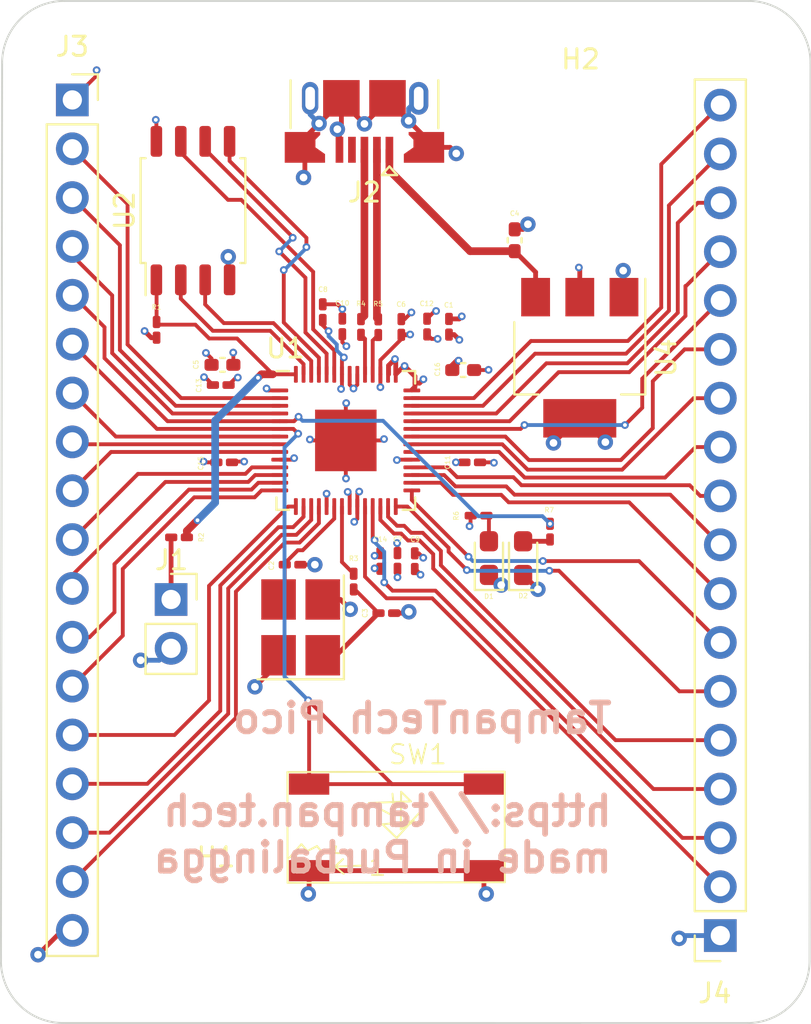
<source format=kicad_pcb>
(kicad_pcb (version 20221018) (generator pcbnew)
  (layers (0 "F.Cu" signal) (1 "In1.Cu" power) (2 "In2.Cu" power) (31 "B.Cu" signal) (34 "B.Paste" user) (35 "F.Paste" user) (36 "B.SilkS" user "B.Silkscreen") (37 "F.SilkS" user "F.Silkscreen") (38 "B.Mask" user) (39 "F.Mask" user) (44 "Edge.Cuts" user))
  (net 0 "")
  (net 1 "+3V3")
  (net 2 "GND")
  (net 3 "/MicroController/XIN")
  (net 4 "Net-(C3-Pad2)")
  (net 5 "Net-(J2-VBUS)")
  (net 6 "+1V1")
  (net 7 "/MicroController/~USB_BOOT")
  (net 8 "/MicroController/USB_D-")
  (net 9 "/MicroController/USB_D+")
  (net 11 "/MicroController/GPIO0")
  (net 12 "/MicroController/GPIO1")
  (net 13 "/MicroController/GPIO2")
  (net 14 "/MicroController/GPIO3")
  (net 15 "/MicroController/GPIO4")
  (net 16 "/MicroController/GPIO5")
  (net 17 "/MicroController/GPIO6")
  (net 18 "/MicroController/GPIO7")
  (net 19 "/MicroController/GPIO8")
  (net 20 "/MicroController/GPIO9")
  (net 21 "/MicroController/GPIO10")
  (net 22 "/MicroController/GPIO11")
  (net 23 "/MicroController/GPIO12")
  (net 24 "/MicroController/GPIO13")
  (net 25 "/MicroController/GPIO14")
  (net 26 "/MicroController/GPIO15")
  (net 27 "/MicroController/SWCLK")
  (net 28 "/MicroController/SWD")
  (net 29 "/MicroController/RUN")
  (net 30 "/MicroController/GPIO16")
  (net 31 "/MicroController/GPIO17")
  (net 32 "/MicroController/GPIO18")
  (net 33 "/MicroController/GPIO19")
  (net 34 "/MicroController/GPIO20")
  (net 35 "/MicroController/GPIO21")
  (net 36 "/MicroController/GPIO22")
  (net 37 "/MicroController/GPIO23")
  (net 38 "/MicroController/GPIO24")
  (net 39 "/MicroController/GPIO25")
  (net 40 "/MicroController/GPIO26_ADC0")
  (net 41 "/MicroController/GPIO27_ADC1")
  (net 42 "/MicroController/GPIO28_ADC2")
  (net 43 "/MicroController/GPIO29_ADC3")
  (net 44 "/MicroController/QSPI_SS")
  (net 45 "/MicroController/XOUT")
  (net 46 "Net-(U1-USB_DP)")
  (net 47 "Net-(U1-USB_DM)")
  (net 48 "/MicroController/QSPI_SD3")
  (net 49 "/MicroController/QSPI_SCLK")
  (net 50 "/MicroController/QSPI_SD0")
  (net 51 "/MicroController/QSPI_SD2")
  (net 52 "/MicroController/QSPI_SD1")
  (net 53 "Net-(D1-A)")
  (net 54 "Net-(D2-A)")
  (footprint "Resistor_SMD:R_0201_0603Metric_Pad0.64x0.40mm_HandSolder" (layer "F.Cu") (at 98.32 75.9625 -90)
    (fp_text reference "R7")
    (fp_text value "1K" hide)
  )
  (footprint "Capacitor_SMD:C_0402_1005Metric_Pad0.74x0.62mm_HandSolder" (layer "F.Cu") (at 96.48 60.8125 90)
    (fp_text reference "C4")
    (fp_text value "10u" hide)
  )
  (footprint "Connector_PinSocket_2.54mm:PinSocket_1x18_P2.54mm_Vertical" (layer "F.Cu") (at 73.455 53.515)
    (fp_text reference "J3")
    (fp_text value "Conn_01x18")
  )
  (footprint "Capacitor_SMD:C_0402_1005Metric_Pad0.74x0.62mm_HandSolder" (layer "F.Cu") (at 93.8 67.56)
    (fp_text reference "C16")
    (fp_text value "10u" hide)
  )
  (footprint "Capacitor_SMD:C_0201_0603Metric_Pad0.64x0.40mm_HandSolder" (layer "F.Cu") (at 91.28 77.4975 -90)
    (fp_text reference "C9")
    (fp_text value "100n" hide)
  )
  (footprint "Capacitor_SMD:C_0201_0603Metric_Pad0.64x0.40mm_HandSolder" (layer "F.Cu") (at 91.92 65.3 90)
    (fp_text reference "C12")
    (fp_text value "100n" hide)
  )
  (footprint "Capacitor_SMD:C_0201_0603Metric_Pad0.64x0.40mm_HandSolder" (layer "F.Cu") (at 94.27 72.36)
    (fp_text reference "C11")
    (fp_text value "100n" hide)
  )
  (footprint "Connector_PinSocket_2.54mm:PinSocket_1x02_P2.54mm_Vertical" (layer "F.Cu") (at 78.595 79.49)
    (fp_text reference "J1")
    (fp_text value "Conn_01x02")
  )
  (footprint "Capacitor_SMD:C_0201_0603Metric_Pad0.64x0.40mm_HandSolder" (layer "F.Cu") (at 81.18 68.34 180)
    (fp_text reference "C13")
    (fp_text value "100n" hide)
  )
  (footprint "Connector_USB:USB_Micro-B_XKB_U254-051T-4BH83-F1S" (layer "F.Cu") (at 88.66 53.8225 180)
    (fp_text reference "J2")
    (fp_text value "USB_B_Micro" hide)
  )
  (footprint "Capacitor_SMD:C_0201_0603Metric_Pad0.64x0.40mm_HandSolder" (layer "F.Cu") (at 90.38 77.4875 -90)
    (fp_text reference "C7")
    (fp_text value "100n" hide)
  )
  (footprint "Capacitor_SMD:C_0201_0603Metric_Pad0.64x0.40mm_HandSolder" (layer "F.Cu") (at 84.92 77.68 180)
    (fp_text reference "C2")
    (fp_text value "27p" hide)
  )
  (footprint "Package_TO_SOT_SMD:SOT-223-3_TabPin2" (layer "F.Cu") (at 99.87 66.92 -90)
    (fp_text reference "U4")
    (fp_text value "AMS1117-3.3" hide)
  )
  (footprint "Capacitor_SMD:C_0402_1005Metric_Pad0.74x0.62mm_HandSolder" (layer "F.Cu") (at 81.27 67.29 180)
    (fp_text reference "C5")
    (fp_text value "10u" hide)
  )
  (footprint "Capacitor_SMD:C_0201_0603Metric_Pad0.64x0.40mm_HandSolder" (layer "F.Cu") (at 89.8 80.2 180)
    (fp_text reference "C3")
    (fp_text value "27p" hide)
  )
  (footprint "Capacitor_SMD:C_0201_0603Metric_Pad0.64x0.40mm_HandSolder" (layer "F.Cu") (at 81.36 72.36)
    (fp_text reference "C15")
    (fp_text value "1u" hide)
  )
  (footprint "Diode_SMD:D_0603_1608Metric_Pad1.05x0.95mm_HandSolder" (layer "F.Cu") (at 95.14 77.3375 90)
    (fp_text reference "D1")
    (fp_text value "LED_power" hide)
  )
  (footprint "Diode_SMD:D_0603_1608Metric_Pad1.05x0.95mm_HandSolder" (layer "F.Cu") (at 96.92 77.34 90)
    (fp_text reference "D2")
    (fp_text value "LED_button" hide)
  )
  (footprint "Resistor_SMD:R_0201_0603Metric_Pad0.64x0.40mm_HandSolder" (layer "F.Cu") (at 88.1 78.56 -90)
    (fp_text reference "R3")
    (fp_text value "1K" hide)
  )
  (footprint "Capacitor_SMD:C_0201_0603Metric_Pad0.64x0.40mm_HandSolder" (layer "F.Cu") (at 90.58 65.32 90)
    (fp_text reference "C6")
    (fp_text value "1u" hide)
  )
  (footprint "MountingHole:MountingHole_2mm" (layer "F.Cu") (at 80.93 96.09)
    (fp_text reference "H1")
    (fp_text value "MountingHole")
  )
  (footprint "Capacitor_SMD:C_0201_0603Metric_Pad0.64x0.40mm_HandSolder" (layer "F.Cu") (at 86.49 64.55 90)
    (fp_text reference "C8")
    (fp_text value "100n" hide)
  )
  (footprint "MountingHole:MountingHole_3mm" (layer "F.Cu") (at 99.91 55.4)
    (fp_text reference "H2")
    (fp_text value "MountingHole")
  )
  (footprint "Resistor_SMD:R_0201_0603Metric_Pad0.64x0.40mm_HandSolder" (layer "F.Cu") (at 89.38 65.33 90)
    (fp_text reference "R5")
    (fp_text value "27" hide)
  )
  (footprint "Resistor_SMD:R_0201_0603Metric_Pad0.64x0.40mm_HandSolder" (layer "F.Cu") (at 79.01 76.26)
    (fp_text reference "R2")
    (fp_text value "1K" hide)
  )
  (footprint "Capacitor_SMD:C_0201_0603Metric_Pad0.64x0.40mm_HandSolder" (layer "F.Cu") (at 87.51 65.29 90)
    (fp_text reference "C10")
    (fp_text value "100n" hide)
  )
  (footprint "Capacitor_SMD:C_0201_0603Metric_Pad0.64x0.40mm_HandSolder" (layer "F.Cu") (at 89.48 77.4875 -90)
    (fp_text reference "C14")
    (fp_text value "100n" hide)
  )
  (footprint "Capacitor_SMD:C_0201_0603Metric_Pad0.64x0.40mm_HandSolder" (layer "F.Cu") (at 93.06 65.31 90)
    (fp_text reference "C1")
    (fp_text value "100n" hide)
  )
  (footprint "Package_DFN_QFN:QFN-56-1EP_7x7mm_P0.4mm_EP3.2x3.2mm" (layer "F.Cu") (at 87.69 71.22)
    (fp_text reference "U1")
    (fp_text value "RP2040" hide)
  )
  (footprint "Crystal:Crystal_SMD_3225-4Pin_3.2x2.5mm_HandSoldering" (layer "F.Cu") (at 85.34 80.94 90)
    (fp_text reference "Y2" hide)
    (fp_text value "Crystal_GND24" hide)
  )
  (footprint "Resistor_SMD:R_0201_0603Metric_Pad0.64x0.40mm_HandSolder" (layer "F.Cu") (at 94.6 75.13)
    (fp_text reference "R6")
    (fp_text value "1K" hide)
  )
  (footprint "Resistor_SMD:R_0201_0603Metric_Pad0.64x0.40mm_HandSolder" (layer "F.Cu") (at 88.48 65.32 90)
    (fp_text reference "R4")
    (fp_text value "27" hide)
  )
  (footprint "Connector_PinSocket_2.54mm:PinSocket_1x18_P2.54mm_Vertical" (layer "F.Cu") (at 107.185 96.965 180)
    (fp_text reference "J4")
    (fp_text value "Conn_01x18")
  )
  (footprint "Package_SO:SOIC-8_5.23x5.23mm_P1.27mm" (layer "F.Cu") (at 79.735 59.27 90)
    (fp_text reference "U2")
    (fp_text value "W25Q128JVS")
  )
  (footprint "Resistor_SMD:R_0201_0603Metric_Pad0.64x0.40mm_HandSolder" (layer "F.Cu") (at 77.84 65.47 90)
    (fp_text reference "R1")
    (fp_text value "DNF" hide)
  )
  (footprint "lcsc:SW_TP10721645" (layer "F.Cu") (at 90.33 91.34)
    (fp_text reference "SW1")
    (fp_text value "SW_MEC_5E")
  )
  (gr_line (start 108.659985 48.37) (end 73.03 48.37) (stroke (width 0.1)) (layer "Edge.Cuts"))
  (gr_line (start 111.829572 98.292501) (end 111.88 51.6) (stroke (width 0.1)) (layer "Edge.Cuts"))
  (gr_line (start 69.739985 98.28) (end 69.8 51.590015) (stroke (width 0.1)) (layer "Edge.Cuts"))
  (gr_line (start 108.599572 101.512516) (end 72.96 101.51) (stroke (width 0.1)) (layer "Edge.Cuts"))
  (gr_arc (start 111.829572 98.292501) (mid 110.88 100.57) (end 108.599572 101.512516) (stroke (width 0.1)) (layer "Edge.Cuts"))
  (gr_arc (start 69.8 51.590015) (mid 70.749572 49.312516) (end 73.03 48.37) (stroke (width 0.1)) (layer "Edge.Cuts"))
  (gr_arc (start 108.659985 48.37) (mid 110.937484 49.319572) (end 111.88 51.6) (stroke (width 0.1)) (layer "Edge.Cuts"))
  (gr_arc (start 72.96 101.51) (mid 70.682501 100.560428) (end 69.739985 98.28) (stroke (width 0.1)) (layer "Edge.Cuts"))
  (gr_text "TampanTech Pico\n\nhttps://tampan.tech\nmade in Purbalingga" (at 101.69 93.79) (layer "B.SilkS") (effects (font (size 1.5 1.5) (thickness 0.3) bold) (justify left bottom mirror)))
  (segment (start 84.92 72.22) (end 84.2525 72.22) (width 0.2) (layer "F.Cu") (net 1))
  (segment (start 91.53 68.24) (end 91.73 68.04) (width 0.25) (layer "F.Cu") (net 1))
  (segment (start 93.42 72.36) (end 93.8625 72.36) (width 0.2) (layer "F.Cu") (net 1))
  (segment (start 93.2325 67.3975) (end 93.2325 67.56) (width 0.4) (layer "F.Cu") (net 1))
  (segment (start 91.1275 72.22) (end 90.37 72.22) (width 0.2) (layer "F.Cu") (net 1))
  (segment (start 94.1825 75.6275) (end 94.13 75.68) (width 0.2) (layer "F.Cu") (net 1))
  (segment (start 77.5615 65.8775) (end 77.84 65.8775) (width 0.25) (layer "F.Cu") (net 1))
  (segment (start 81.808 72.3195) (end 81.7675 72.36) (width 0.2) (layer "F.Cu") (net 1))
  (segment (start 83.6655 68.62) (end 83.566 68.5205) (width 0.2) (layer "F.Cu") (net 1))
  (segment (start 90.7225 67.35) (end 90.29 67.7825) (width 0.25) (layer "F.Cu") (net 1))
  (segment (start 87.51 65.6975) (end 87.51 66.11) (width 0.2) (layer "F.Cu") (net 1))
  (segment (start 89.915 67.325) (end 89.915 67.7825) (width 0.25) (layer "F.Cu") (net 1))
  (segment (start 84.2525 68.62) (end 83.6655 68.62) (width 0.2) (layer "F.Cu") (net 1))
  (segment (start 91.4896 77.09) (end 91.28 77.09) (width 0.2) (layer "F.Cu") (net 1))
  (segment (start 91.7198 77.3202) (end 91.4896 77.09) (width 0.2) (layer "F.Cu") (net 1))
  (segment (start 91.29 68.24) (end 91.53 68.24) (width 0.25) (layer "F.Cu") (net 1))
  (segment (start 92.1525 65.94) (end 91.92 65.7075) (width 0.2) (layer "F.Cu") (net 1))
  (segment (start 99.87 62.278) (end 99.822 62.23) (width 0.25) (layer "F.Cu") (net 1))
  (segment (start 77.216 65.532) (end 77.5615 65.8775) (width 0.25) (layer "F.Cu") (net 1))
  (segment (start 91.29 68.24) (end 91.29 68.4325) (width 0.25) (layer "F.Cu") (net 1))
  (segment (start 73.455 53.515) (end 74.72 52.25) (width 0.2) (layer "F.Cu") (net 1))
  (segment (start 77.8 54.55) (end 77.83 54.58) (width 0.2) (layer "F.Cu") (net 1))
  (segment (start 87.89 73.996655) (end 87.89 74.6575) (width 0.2) (layer "F.Cu") (net 1))
  (segment (start 87.789338 73.895993) (end 87.89 73.996655) (width 0.2) (layer "F.Cu") (net 1))
  (segment (start 93.6 65.99) (end 93.3275 65.7175) (width 0.25) (layer "F.Cu") (net 1))
  (segment (start 93.56 67.07) (end 93.2325 67.3975) (width 0.4) (layer "F.Cu") (net 1))
  (segment (start 91.29 67.89) (end 91.29 68.24) (width 0.25) (layer "F.Cu") (net 1))
  (segment (start 87.89 68.32) (end 88.09 68.52) (width 0.2) (layer "F.Cu") (net 1))
  (segment (start 88.29 68.32) (end 88.09 68.52) (width 0.2) (layer "F.Cu") (net 1))
  (segment (start 87.89 67.7825) (end 87.89 68.32) (width 0.2) (layer "F.Cu") (net 1))
  (segment (start 82.4 72.3195) (end 81.808 72.3195) (width 0.2) (layer "F.Cu") (net 1))
  (segment (start 85 72.14) (end 84.92 72.22) (width 0.2) (layer "F.Cu") (net 1))
  (segment (start 81.8375 67.29) (end 81.8375 66.6575) (width 0.2) (layer "F.Cu") (net 1))
  (segment (start 90.25 66.99) (end 89.915 67.325) (width 0.25) (layer "F.Cu") (net 1))
  (segment (start 82.07 67.95) (end 81.9775 67.95) (width 0.2) (layer "F.Cu") (net 1))
  (segment (start 89.344145 77.215855) (end 89.48 77.08) (width 0.2) (layer "F.Cu") (net 1))
  (segment (start 90.75 67.35) (end 91.29 67.89) (width 0.25) (layer "F.Cu") (net 1))
  (segment (start 89.189253 77.215855) (end 89.344145 77.215855) (width 0.2) (layer "F.Cu") (net 1))
  (segment (start 87.51 66.11) (end 87.72 66.32) (width 0.2) (layer "F.Cu") (net 1))
  (segment (start 91.29 68.4325) (end 91.1275 68.595) (width 0.25) (layer "F.Cu") (net 1))
  (segment (start 93.3275 65.7175) (end 93.06 65.7175) (width 0.25) (layer "F.Cu") (net 1))
  (segment (start 77.83 54.58) (end 77.83 55.67) (width 0.2) (layer "F.Cu") (net 1))
  (segment (start 90.75 67.35) (end 90.7225 67.35) (width 0.25) (layer "F.Cu") (net 1))
  (segment (start 81.8375 66.6575) (end 81.83 66.65) (width 0.2) (layer "F.Cu") (net 1))
  (segment (start 92.47 65.94) (end 92.1525 65.94) (width 0.2) (layer "F.Cu") (net 1))
  (segment (start 99.96 70.07) (end 101.2 71.31) (width 0.25) (layer "F.Cu") (net 1))
  (segment (start 81.9775 67.95) (end 81.5875 68.34) (width 0.2) (layer "F.Cu") (net 1))
  (segment (start 88.29 67.7825) (end 88.29 68.32) (width 0.2) (layer "F.Cu") (net 1))
  (segment (start 90.29 67.03) (end 90.25 66.99) (width 0.25) (layer "F.Cu") (net 1))
  (segment (start 99.87 70.07) (end 99.78 70.07) (width 0.25) (layer "F.Cu") (net 1))
  (segment (start 99.87 63.77) (end 99.87 62.278) (width 0.25) (layer "F.Cu") (net 1))
  (segment (start 74.72 52.25) (end 74.72 51.97) (width 0.2) (layer "F.Cu") (net 1))
  (segment (start 99.87 70.07) (end 99.96 70.07) (width 0.25) (layer "F.Cu") (net 1))
  (segment (start 90.37 72.22) (end 90.35 72.24) (width 0.2) (layer "F.Cu") (net 1))
  (segment (start 90.29 67.7825) (end 90.29 67.03) (width 0.25) (layer "F.Cu") (net 1))
  (segment (start 99.78 70.07) (end 98.5 71.35) (width 0.25) (layer "F.Cu") (net 1))
  (segment (start 94.1825 75.1) (end 94.1825 75.6275) (width 0.2) (layer "F.Cu") (net 1))
  (via (at 77.216 65.532) (size 0.4) (drill 0.2) (layers "F.Cu" "B.Cu") (net 1))
  (via (at 90.25 66.99) (size 0.4) (drill 0.2) (layers "F.Cu" "B.Cu") (net 1))
  (via (at 98.5 71.35) (size 0.8) (drill 0.4) (layers "F.Cu" "B.Cu") (net 1))
  (via (at 93.42 72.36) (size 0.4) (drill 0.2) (layers "F.Cu" "B.Cu") (net 1))
  (via (at 77.8 54.55) (size 0.4) (drill 0.2) (layers "F.Cu" "B.Cu") (net 1))
  (via (at 74.72 51.97) (size 0.4) (drill 0.2) (layers "F.Cu" "B.Cu") (net 1))
  (via (at 94.13 75.68) (size 0.4) (drill 0.2) (layers "F.Cu" "B.Cu") (net 1))
  (via (at 85 72.14) (size 0.4) (drill 0.2) (layers "F.Cu" "B.Cu") (net 1))
  (via (at 93.56 67.07) (size 0.4) (drill 0.2) (layers "F.Cu" "B.Cu") (net 1))
  (via (at 90.35 72.24) (size 0.4) (drill 0.2) (layers "F.Cu" "B.Cu") (net 1))
  (via (at 82.4 72.3195) (size 0.4) (drill 0.2) (layers "F.Cu" "B.Cu") (net 1))
  (via (at 81.83 66.65) (size 0.4) (drill 0.2) (layers "F.Cu" "B.Cu") (net 1))
  (via (at 90.75 67.35) (size 0.4) (drill 0.2) (layers "F.Cu" "B.Cu") (net 1))
  (via (at 92.47 65.94) (size 0.4) (drill 0.2) (layers "F.Cu" "B.Cu") (net 1))
  (via (at 83.566 68.5205) (size 0.4) (drill 0.2) (layers "F.Cu" "B.Cu") (net 1))
  (via (at 82.07 67.95) (size 0.4) (drill 0.2) (layers "F.Cu" "B.Cu") (net 1))
  (via (at 93.6 65.99) (size 0.4) (drill 0.2) (layers "F.Cu" "B.Cu") (net 1))
  (via (at 101.2 71.31) (size 0.8) (drill 0.4) (layers "F.Cu" "B.Cu") (net 1))
  (via (at 91.7198 77.3202) (size 0.4) (drill 0.2) (layers "F.Cu" "B.Cu") (net 1))
  (via (at 87.789338 73.895993) (size 0.4) (drill 0.2) (layers "F.Cu" "B.Cu") (net 1))
  (via (at 89.189253 77.215855) (size 0.4) (drill 0.2) (layers "F.Cu" "B.Cu") (net 1))
  (via (at 99.822 62.23) (size 0.4) (drill 0.2) (layers "F.Cu" "B.Cu") (net 1))
  (via (at 87.72 66.32) (size 0.4) (drill 0.2) (layers "F.Cu" "B.Cu") (net 1))
  (via (at 91.73 68.04) (size 0.4) (drill 0.2) (layers "F.Cu" "B.Cu") (net 1))
  (via (at 88.09 68.52) (size 0.4) (drill 0.2) (layers "F.Cu" "B.Cu") (net 1))
  (segment (start 95.78 78.74) (end 95.6675 78.74) (width 0.25) (layer "F.Cu") (net 2))
  (segment (start 85.56 57.48) (end 85.49 57.55) (width 0.25) (layer "F.Cu") (net 2))
  (segment (start 87.51 64.39) (end 87.51 64.8825) (width 0.2) (layer "F.Cu") (net 2))
  (segment (start 89.48 77.895) (end 89.2145 77.895) (width 0.25) (layer "F.Cu") (net 2))
  (segment (start 89.86 53.56) (end 88.66 54.76) (width 0.25) (layer "F.Cu") (net 2))
  (segment (start 96.48 60.245) (end 96.905 60.245) (width 0.25) (layer "F.Cu") (net 2))
  (segment (start 87.36 56.1075) (end 87.36 55.148412) (width 0.25) (layer "F.Cu") (net 2))
  (segment (start 86.689922 73.98805) (end 86.69 73.988128) (width 0.2) (layer "F.Cu") (net 2))
  (segment (start 87.69 71.22) (end 89.61 71.22) (width 0.2) (layer "F.Cu") (net 2))
  (segment (start 91.76 55.9825) (end 91.76 55.4) (width 0.25) (layer "F.Cu") (net 2))
  (segment (start 87.69 69.3) (end 87.71 69.28) (width 0.2) (layer "F.Cu") (net 2))
  (segment (start 91.76 55.9825) (end 93.1225 55.9825) (width 0.25) (layer "F.Cu") (net 2))
  (segment (start 87.36 55.148412) (end 87.250703 55.039115) (width 0.25) (layer "F.Cu") (net 2))
  (segment (start 87.46 53.4325) (end 87.46 53.58) (width 0.25) (layer "F.Cu") (net 2))
  (segment (start 87.69 71.22) (end 87.69 69.3) (width 0.2) (layer "F.Cu") (net 2))
  (segment (start 91.105 64.565) (end 90.7575 64.9125) (width 0.2) (layer "F.Cu") (net 2))
  (segment (start 80.3305 72.36) (end 80.9525 72.36) (width 0.2) (layer "F.Cu") (net 2))
  (segment (start 87.46 53.58) (end 86.3 54.74) (width 0.25) (layer "F.Cu") (net 2))
  (segment (start 89.86 53.5) (end 90.96 54.6) (width 0.25) (layer "F.Cu") (net 2))
  (segment (start 87.69 73.19) (end 87.7 73.2) (width 0.2) (layer "F.Cu") (net 2))
  (segment (start 92.39 64.49) (end 92.3225 64.49) (width 0.2) (layer "F.Cu") (net 2))
  (segment (start 87.69 71.22) (end 85.87 71.22) (width 0.2) (layer "F.Cu") (net 2))
  (segment (start 89.86 53.4325) (end 89.86 53.56) (width 0.25) (layer "F.Cu") (net 2))
  (segment (start 94.6775 72.36) (end 95.38 72.36) (width 0.2) (layer "F.Cu") (net 2))
  (segment (start 87.69 71.22) (end 87.69 73.19) (width 0.2) (layer "F.Cu") (net 2))
  (segment (start 87.46 53.4325) (end 87.46 53.56) (width 0.25) (layer "F.Cu") (net 2))
  (segment (start 81.57 61.67) (end 81.57 62.8) (width 0.25) (layer "F.Cu") (net 2))
  (segment (start 85.56 55.9825) (end 85.56 57.48) (width 0.25) (layer "F.Cu") (net 2))
  (segment (start 85.87 71.22) (end 85.82 71.17) (width 0.2) (layer "F.Cu") (net 2))
  (segment (start 93.06 64.9025) (end 93.5935 64.9025) (width 0.25) (layer "F.Cu") (net 2))
  (segment (start 87.46 53.4325) (end 87.46 54.829818) (width 0.25) (layer "F.Cu") (net 2))
  (segment (start 73.455 96.695) (end 72.935 96.695) (width 0.25) (layer "F.Cu") (net 2))
  (segment (start 94.3675 67.56) (end 95.11 67.56) (width 0.2) (layer "F.Cu") (net 2))
  (segment (start 85.78 93.59) (end 85.78 94.76) (width 0.25) (layer "F.Cu") (net 2))
  (segment (start 90.9 80.2) (end 90.97 80.13) (width 0.25) (layer "F.Cu") (net 2))
  (segment (start 84.19 82.39) (end 84.19 82.8) (width 0.25) (layer "F.Cu") (net 2))
  (segment (start 87.46 54.829818) (end 87.250703 55.039115) (width 0.25) (layer "F.Cu") (net 2))
  (segment (start 86.69 73.988128) (end 86.69 74.6575) (width 0.2) (layer "F.Cu") (net 2))
  (segment (start 80.29 72.3195) (end 80.3305 72.36) (width 0.2) (layer "F.Cu") (net 2))
  (segment (start 81.57 62.8) (end 81.64 62.87) (width 0.25) (layer "F.Cu") (net 2))
  (segment (start 94.88 93.59) (end 94.88 94.68) (width 0.25) (layer "F.Cu") (net 2))
  (segment (start 96.905 60.245) (end 97.17 59.98) (width 0.25) (layer "F.Cu") (net 2))
  (segment (start 87.2625 64.1425) (end 87.51 64.39) (width 0.2) (layer "F.Cu") (net 2))
  (segment (start 95.38 72.36) (end 95.4 72.38) (width 0.2) (layer "F.Cu") (net 2))
  (segment (start 86.49 64.1425) (end 87.2625 64.1425) (width 0.2) (layer "F.Cu") (net 2))
  (segment (start 80.7025 67.29) (end 80.7025 66.9625) (width 0.2) (layer "F.Cu") (net 2))
  (segment (start 84.19 82.8) (end 82.96 84.03) (width 0.25) (layer "F.Cu") (net 2))
  (segment (start 86.08 77.68) (end 85.3275 77.68) (width 0.2) (layer "F.Cu") (net 2))
  (segment (start 90.38 77.895) (end 90.38 78.3375) (width 0.25) (layer "F.Cu") (net 2))
  (segment (start 92.3225 64.49) (end 91.92 64.8925) (width 0.2) (layer "F.Cu") (net 2))
  (segment (start 85.56 55.9825) (end 85.56 55.48) (width 0.25) (layer "F.Cu") (net 2))
  (segment (start 91.28 77.905) (end 91.5775 78.2025) (width 0.25) (layer "F.Cu") (net 2))
  (segment (start 93.5935 64.9025) (end 93.726 64.77) (width 0.25) (layer "F.Cu") (net 2))
  (segment (start 89.61 71.22) (end 89.68 71.15) (width 0.2) (layer "F.Cu") (net 2))
  (segment (start 102.17 62.43) (end 102.13 62.39) (width 0.25) (layer "F.Cu") (net 2))
  (segment (start 96.945 78.215) (end 96.92 78.215) (width 0.25) (layer "F.Cu") (net 2))
  (segment (start 85.56 55.48) (end 86.3 54.74) (width 0.25) (layer "F.Cu") (net 2))
  (segment (start 95.6675 78.74) (end 95.14 78.2125) (width 0.25) (layer "F.Cu") (net 2))
  (segment (start 91.76 55.4) (end 90.96 54.6) (width 0.25) (layer "F.Cu") (net 2))
  (segment (start 94.88 93.59) (end 85.78 93.59) (width 0.25) (layer "F.Cu") (net 2))
  (segment (start 90.2075 80.2) (end 90.9 80.2) (width 0.25) (layer "F.Cu") (net 2))
  (segment (start 94.88 94.68) (end 95 94.8) (width 0.25) (layer "F.Cu") (net 2))
  (segment (start 87.41 79.49) (end 87.92 80) (width 0.25) (layer "F.Cu") (net 2))
  (segment (start 87.46 53.56) (end 88.66 54.76) (width 0.25) (layer "F.Cu") (net 2))
  (segment (start 89.2145 77.895) (end 89.1895 77.87) (width 0.25) (layer "F.Cu") (net 2))
  (segment (start 80.7025 66.9625) (end 80.41 66.67) (width 0.2) (layer "F.Cu") (net 2))
  (segment (start 86.49 79.49) (end 87.41 79.49) (width 0.25) (layer "F.Cu") (net 2))
  (segment (start 93.1225 55.9825) (end 93.44 56.3) (width 0.25) (layer "F.Cu") (net 2))
  (segment (start 89.86 53.4325) (end 89.86 53.5) (width 0.25) (layer "F.Cu") (net 2))
  (segment (start 95.11 67.56) (end 95.12 67.55) (width 0.2) (layer "F.Cu") (net 2))
  (segment (start 72.935 96.695) (end 71.67 97.96) (width 0.25) (layer "F.Cu") (net 2))
  (segment (start 80.31 67.93) (end 80.3625 67.93) (width 0.2) (layer "F.Cu") (net 2))
  (segment (start 85.78 94.76) (end 85.74 94.8) (width 0.25) (layer "F.Cu") (net 2))
  (segment (start 97.69 78.96) (end 96.945 78.215) (width 0.25) (layer "F.Cu") (net 2))
  (segment (start 102.17 63.77) (end 102.17 62.43) (width 0.25) (layer "F.Cu") (net 2))
  (segment (start 80.3625 67.93) (end 80.7725 68.34) (width 0.2) (layer "F.Cu") (net 2))
  (segment (start 90.7575 64.9125) (end 90.58 64.9125) (width 0.2) (layer "F.Cu") (net 2))
  (via (at 71.67 97.96) (size 0.8) (drill 0.4) (layers "F.Cu" "B.Cu") (net 2))
  (via (at 86.08 77.68) (size 0.8) (drill 0.4) (layers "F.Cu" "B.Cu") (net 2))
  (via (at 95.78 78.74) (size 0.8) (drill 0.4) (layers "F.Cu" "B.Cu") (net 2))
  (via (at 85.49 57.55) (size 0.8) (drill 0.4) (layers "F.Cu" "B.Cu") (net 2))
  (via (at 82.96 84.03) (size 0.8) (drill 0.4) (layers "F.Cu" "B.Cu") (net 2))
  (via (at 93.726 64.77) (size 0.4) (drill 0.2) (layers "F.Cu" "B.Cu") (net 2))
  (via (at 89.1895 77.87) (size 0.4) (drill 0.2) (layers "F.Cu" "B.Cu") (net 2))
  (via (at 85.74 94.8) (size 0.8) (drill 0.4) (layers "F.Cu" "B.Cu") (net 2))
  (via (at 80.41 66.67) (size 0.4) (drill 0.2) (layers "F.Cu" "B.Cu") (net 2))
  (via (at 87.250703 55.039115) (size 0.8) (drill 0.4) (layers "F.Cu" "B.Cu") (net 2))
  (via (at 85.82 71.17) (size 0.4) (drill 0.2) (layers "F.Cu" "B.Cu") (net 2))
  (via (at 97.69 78.96) (size 0.8) (drill 0.4) (layers "F.Cu" "B.Cu") (net 2))
  (via (at 87.51 64.39) (size 0.4) (drill 0.2) (layers "F.Cu" "B.Cu") (net 2))
  (via (at 81.57 61.67) (size 0.8) (drill 0.4) (layers "F.Cu" "B.Cu") (net 2))
  (via (at 95.12 67.55) (size 0.4) (drill 0.2) (layers "F.Cu" "B.Cu") (net 2))
  (via (at 97.17 59.98) (size 0.8) (drill 0.4) (layers "F.Cu" "B.Cu") (net 2))
  (via (at 95.4 72.38) (size 0.4) (drill 0.2) (layers "F.Cu" "B.Cu") (net 2))
  (via (at 105.04 97.11) (size 0.8) (drill 0.4) (layers "F.Cu" "B.Cu") (net 2))
  (via (at 88.66 54.76) (size 0.8) (drill 0.4) (layers "F.Cu" "B.Cu") (net 2))
  (via (at 91.105 64.565) (size 0.4) (drill 0.2) (layers "F.Cu" "B.Cu") (net 2))
  (via (at 90.97 80.13) (size 0.8) (drill 0.4) (layers "F.Cu" "B.Cu") (net 2))
  (via (at 87.7 73.2) (size 0.4) (drill 0.2) (layers "F.Cu" "B.Cu") (net 2))
  (via (at 80.31 67.93) (size 0.4) (drill 0.2) (layers "F.Cu" "B.Cu") (net 2))
  (via (at 93.44 56.3) (size 0.8) (drill 0.4) (layers "F.Cu" "B.Cu") (net 2))
  (via (at 77.01 82.65) (size 0.8) (drill 0.4) (layers "F.Cu" "B.Cu") (net 2))
  (via (at 87.71 69.28) (size 0.4) (drill 0.2) (layers "F.Cu" "B.Cu") (net 2))
  (via (at 89.68 71.15) (size 0.4) (drill 0.2) (layers "F.Cu" "B.Cu") (net 2))
  (via (at 102.13 62.39) (size 0.8) (drill 0.4) (layers "F.Cu" "B.Cu") (net 2))
  (via (at 90.38 78.3375) (size 0.4) (drill 0.2) (layers "F.Cu" "B.Cu") (net 2))
  (via (at 86.3 54.74) (size 0.8) (drill 0.4) (layers "F.Cu" "B.Cu") (net 2))
  (via (at 95 94.8) (size 0.8) (drill 0.4) (layers "F.Cu" "B.Cu") (net 2))
  (via (at 90.96 54.6) (size 0.8) (drill 0.4) (layers "F.Cu" "B.Cu") (net 2))
  (via (at 87.92 80) (size 0.8) (drill 0.4) (layers "F.Cu" "B.Cu") (net 2))
  (via (at 91.5775 78.2025) (size 0.4) (drill 0.2) (layers "F.Cu" "B.Cu") (net 2))
  (via (at 80.29 72.3195) (size 0.4) (drill 0.2) (layers "F.Cu" "B.Cu") (net 2))
  (via (at 92.39 64.49) (size 0.4) (drill 0.2) (layers "F.Cu" "B.Cu") (net 2))
  (via (at 86.689922 73.98805) (size 0.4) (drill 0.2) (layers "F.Cu" "B.Cu") (net 2))
  (segment (start 85.835 53.4325) (end 85.835 54.275) (width 0.25) (layer "B.Cu") (net 2))
  (segment (start 90.96 54.6) (end 90.96 53.9575) (width 0.25) (layer "B.Cu") (net 2))
  (segment (start 90.96 53.9575) (end 91.485 53.4325) (width 0.25) (layer "B.Cu") (net 2))
  (segment (start 107.185 96.965) (end 105.185 96.965) (width 0.25) (layer "B.Cu") (net 2))
  (segment (start 77.975 82.65) (end 78.595 82.03) (width 0.25) (layer "B.Cu") (net 2))
  (segment (start 77.01 82.65) (end 77.975 82.65) (width 0.25) (layer "B.Cu") (net 2))
  (segment (start 85.835 54.275) (end 86.3 54.74) (width 0.25) (layer "B.Cu") (net 2))
  (segment (start 105.185 96.965) (end 105.04 97.11) (width 0.25) (layer "B.Cu") (net 2))
  (segment (start 85.447032 76.93) (end 87.09 75.287032) (width 0.2) (layer "F.Cu") (net 3))
  (segment (start 84.5125 77.611815) (end 85.194315 76.93) (width 0.2) (layer "F.Cu") (net 3))
  (segment (start 85.194315 76.93) (end 85.447032 76.93) (width 0.2) (layer "F.Cu") (net 3))
  (segment (start 84.5125 77.68) (end 84.5125 77.611815) (width 0.2) (layer "F.Cu") (net 3))
  (segment (start 84.5125 79.1675) (end 84.19 79.49) (width 0.2) (layer "F.Cu") (net 3))
  (segment (start 87.09 75.287032) (end 87.09 74.6575) (width 0.2) (layer "F.Cu") (net 3))
  (segment (start 84.5125 77.68) (end 84.5125 79.1675) (width 0.2) (layer "F.Cu") (net 3))
  (segment (start 87.2025 82.39) (end 89.3925 80.2) (width 0.25) (layer "F.Cu") (net 4))
  (segment (start 88.1 78.9675) (end 88.16 78.9675) (width 0.2) (layer "F.Cu") (net 4))
  (segment (start 88.16 78.9675) (end 89.3925 80.2) (width 0.2) (layer "F.Cu") (net 4))
  (segment (start 86.49 82.39) (end 87.2025 82.39) (width 0.25) (layer "F.Cu") (net 4))
  (segment (start 96.48 61.38) (end 97.57 62.47) (width 0.25) (layer "F.Cu") (net 5))
  (segment (start 94.1575 61.38) (end 96.48 61.38) (width 0.4) (layer "F.Cu") (net 5))
  (segment (start 89.96 57.1825) (end 94.1575 61.38) (width 0.4) (layer "F.Cu") (net 5))
  (segment (start 89.96 56.1075) (end 89.96 57.1825) (width 0.4) (layer "F.Cu") (net 5))
  (segment (start 97.57 62.47) (end 97.57 63.77) (width 0.25) (layer "F.Cu") (net 5))
  (segment (start 87.5895 66.904993) (end 87.49 67.004493) (width 0.2) (layer "F.Cu") (net 6))
  (segment (start 89.49 67.7825) (end 89.49 68.451761) (width 0.2) (layer "F.Cu") (net 6))
  (segment (start 86.49 65.2336) (end 86.7932 65.5368) (width 0.2) (layer "F.Cu") (net 6))
  (segment (start 88.29 75.291898) (end 88.29 74.6575) (width 0.2) (layer "F.Cu") (net 6))
  (segment (start 86.49 64.9575) (end 86.49 65.2336) (width 0.2) (layer "F.Cu") (net 6))
  (segment (start 88.29 74.6575) (end 88.29 73.977562) (width 0.2) (layer "F.Cu") (net 6))
  (segment (start 87.49 67.7825) (end 87.49 68.496639) (width 0.2) (layer "F.Cu") (net 6))
  (segment (start 89.49 67.042893) (end 90.58 65.952893) (width 0.2) (layer "F.Cu") (net 6))
  (segment (start 89.49 68.451761) (end 89.490128 68.451889) (width 0.2) (layer "F.Cu") (net 6))
  (segment (start 87.49 67.004493) (end 87.49 67.7825) (width 0.2) (layer "F.Cu") (net 6))
  (segment (start 90.38 76.58) (end 90.38 77.08) (width 0.2) (layer "F.Cu") (net 6))
  (segment (start 89.49 67.7825) (end 89.49 67.042893) (width 0.2) (layer "F.Cu") (net 6))
  (segment (start 88.29 74.6575) (end 88.29 74.295292) (width 0.2) (layer "F.Cu") (net 6))
  (segment (start 91.04 65.71) (end 91.0225 65.7275) (width 0.25) (layer "F.Cu") (net 6))
  (segment (start 87.49 68.496639) (end 87.443241 68.543398) (width 0.2) (layer "F.Cu") (net 6))
  (segment (start 88.29 73.977562) (end 88.388599 73.878963) (width 0.2) (layer "F.Cu") (net 6))
  (segment (start 88.129116 75.452782) (end 88.29 75.291898) (width 0.2) (layer "F.Cu") (net 6))
  (segment (start 91.0225 65.7275) (end 90.58 65.7275) (width 0.25) (layer "F.Cu") (net 6))
  (segment (start 90.58 65.952893) (end 90.58 65.7275) (width 0.2) (layer "F.Cu") (net 6))
  (segment (start 90.58 65.7275) (end 90.5125 65.7275) (width 0.25) (layer "F.Cu") (net 6))
  (segment (start 90.36 76.56) (end 90.38 76.58) (width 0.2) (layer "F.Cu") (net 6))
  (via (at 91.04 65.71) (size 0.4) (drill 0.2) (layers "F.Cu" "B.Cu") (net 6))
  (via (at 87.5895 66.904993) (size 0.4) (drill 0.2) (layers "F.Cu" "B.Cu") (net 6))
  (via (at 89.490128 68.451889) (size 0.4) (drill 0.2) (layers "F.Cu" "B.Cu") (net 6))
  (via (at 86.7932 65.5368) (size 0.4) (drill 0.2) (layers "F.Cu" "B.Cu") (net 6))
  (via (at 88.129116 75.452782) (size 0.4) (drill 0.2) (layers "F.Cu" "B.Cu") (net 6))
  (via (at 90.36 76.56) (size 0.4) (drill 0.2) (layers "F.Cu" "B.Cu") (net 6))
  (via (at 88.388599 73.878963) (size 0.4) (drill 0.2) (layers "F.Cu" "B.Cu") (net 6))
  (via (at 87.443241 68.543398) (size 0.4) (drill 0.2) (layers "F.Cu" "B.Cu") (net 6))
  (segment (start 86.7932 65.8032) (end 87.22 66.23) (width 0.2) (layer "B.Cu") (net 6))
  (segment (start 87.22 66.23) (end 87.22 66.535493) (width 0.2) (layer "B.Cu") (net 6))
  (segment (start 86.7932 65.5368) (end 86.7932 65.8032) (width 0.2) (layer "B.Cu") (net 6))
  (segment (start 87.22 66.535493) (end 87.5895 66.904993) (width 0.2) (layer "B.Cu") (net 6))
  (segment (start 78.595 76.2675) (end 78.595 79.49) (width 0.25) (layer "F.Cu") (net 7))
  (segment (start 78.6025 76.26) (end 78.595 76.2675) (width 0.25) (layer "F.Cu") (net 7))
  (segment (start 89.31 56.1075) (end 89.31 64.8525) (width 0.4) (layer "F.Cu") (net 8))
  (segment (start 89.31 64.8525) (end 89.38 64.9225) (width 0.4) (layer "F.Cu") (net 8))
  (segment (start 88.66 56.1075) (end 88.66 64.7325) (width 0.4) (layer "F.Cu") (net 9))
  (segment (start 88.66 64.7325) (end 88.48 64.9125) (width 0.4) (layer "F.Cu") (net 9))
  (segment (start 76.33 66.23) (end 76.33 58.93) (width 0.2) (layer "F.Cu") (net 11))
  (segment (start 84.2525 69.02) (end 79.12 69.02) (width 0.2) (layer "F.Cu") (net 11))
  (segment (start 79.12 69.02) (end 76.33 66.23) (width 0.2) (layer "F.Cu") (net 11))
  (segment (start 76.33 58.93) (end 73.455 56.055) (width 0.2) (layer "F.Cu") (net 11))
  (segment (start 78.835686 69.42) (end 75.93 66.514314) (width 0.2) (layer "F.Cu") (net 12))
  (segment (start 84.2525 69.42) (end 78.835686 69.42) (width 0.2) (layer "F.Cu") (net 12))
  (segment (start 75.93 61.07) (end 73.455 58.595) (width 0.2) (layer "F.Cu") (net 12))
  (segment (start 75.93 66.514314) (end 75.93 61.07) (width 0.2) (layer "F.Cu") (net 12))
  (segment (start 73.455 61.605) (end 73.455 61.135) (width 0.2) (layer "F.Cu") (net 13))
  (segment (start 78.67 69.82) (end 75.53 66.68) (width 0.2) (layer "F.Cu") (net 13))
  (segment (start 75.53 63.68) (end 73.455 61.605) (width 0.2) (layer "F.Cu") (net 13))
  (segment (start 84.2525 69.82) (end 78.67 69.82) (width 0.2) (layer "F.Cu") (net 13))
  (segment (start 75.53 66.68) (end 75.53 63.68) (width 0.2) (layer "F.Cu") (net 13))
  (segment (start 84.2525 70.22) (end 78.41 70.22) (width 0.2) (layer "F.Cu") (net 14))
  (segment (start 85 70.22) (end 84.2525 70.22) (width 0.2) (layer "F.Cu") (net 14))
  (segment (start 75.13 66.94) (end 75.13 65.33) (width 0.2) (layer "F.Cu") (net 14))
  (segment (start 85.23 69.99) (end 85 70.22) (width 0.2) (layer "F.Cu") (net 14))
  (segment (start 78.41 70.22) (end 75.13 66.94) (width 0.2) (layer "F.Cu") (net 14))
  (segment (start 75.13 65.33) (end 73.475 63.675) (width 0.2) (layer "F.Cu") (net 14))
  (segment (start 73.475 63.675) (end 73.455 63.675) (width 0.2) (layer "F.Cu") (net 14))
  (via (at 98.32 75.555) (size 0.4) (drill 0.2) (layers "F.Cu" "B.Cu") (net 14))
  (via (at 85.23 69.99) (size 0.4) (drill 0.2) (layers "F.Cu" "B.Cu") (net 14))
  (segment (start 94.59 75.16) (end 97.925 75.16) (width 0.2) (layer "B.Cu") (net 14))
  (segment (start 97.925 75.16) (end 98.32 75.555) (width 0.2) (layer "B.Cu") (net 14))
  (segment (start 89.63 70.2) (end 94.59 75.16) (width 0.2) (layer "B.Cu") (net 14))
  (segment (start 85.23 69.99) (end 85.44 70.2) (width 0.2) (layer "B.Cu") (net 14))
  (segment (start 85.44 70.2) (end 89.63 70.2) (width 0.2) (layer "B.Cu") (net 14))
  (segment (start 85.78 84.78) (end 85.73 84.73) (width 0.2) (layer "F.Cu") (net 15))
  (segment (start 77.86 70.62) (end 73.455 66.215) (width 0.2) (layer "F.Cu") (net 15))
  (segment (start 94.88 89.09) (end 90.09 89.09) (width 0.2) (layer "F.Cu") (net 15))
  (segment (start 85.78 89.09) (end 85.78 84.78) (width 0.2) (layer "F.Cu") (net 15))
  (segment (start 84.2525 70.62) (end 84.96 70.62) (width 0.2) (layer "F.Cu") (net 15))
  (segment (start 84.96 70.62) (end 85.21 70.87) (width 0.2) (layer "F.Cu") (net 15))
  (segment (start 90.09 89.09) (end 85.73 84.73) (width 0.2) (layer "F.Cu") (net 15))
  (segment (start 85.78 89.09) (end 94.88 89.09) (width 0.2) (layer "F.Cu") (net 15))
  (segment (start 84.2525 70.62) (end 77.86 70.62) (width 0.2) (layer "F.Cu") (net 15))
  (via (at 85.21 70.87) (size 0.4) (drill 0.2) (layers "F.Cu" "B.Cu") (net 15))
  (via (at 85.73 84.73) (size 0.4) (drill 0.2) (layers "F.Cu" "B.Cu") (net 15))
  (segment (start 84.5 83.5) (end 84.5 71.58) (width 0.2) (layer "B.Cu") (net 15))
  (segment (start 84.5 71.58) (end 85.21 70.87) (width 0.2) (layer "B.Cu") (net 15))
  (segment (start 85.73 84.73) (end 84.5 83.5) (width 0.2) (layer "B.Cu") (net 15))
  (segment (start 84.2525 71.02) (end 75.72 71.02) (width 0.2) (layer "F.Cu") (net 16))
  (segment (start 75.72 71.02) (end 73.455 68.755) (width 0.2) (layer "F.Cu") (net 16))
  (segment (start 73.58 71.42) (end 73.455 71.295) (width 0.2) (layer "F.Cu") (net 17))
  (segment (start 84.2525 71.42) (end 73.58 71.42) (width 0.2) (layer "F.Cu") (net 17))
  (segment (start 75.47 71.82) (end 73.455 73.835) (width 0.2) (layer "F.Cu") (net 18))
  (segment (start 84.2525 71.82) (end 75.47 71.82) (width 0.2) (layer "F.Cu") (net 18))
  (segment (start 82.806607 72.62) (end 82.466607 72.96) (width 0.2) (layer "F.Cu") (net 19))
  (segment (start 76.87 72.96) (end 73.455 76.375) (width 0.2) (layer "F.Cu") (net 19))
  (segment (start 82.466607 72.96) (end 76.87 72.96) (width 0.2) (layer "F.Cu") (net 19))
  (segment (start 84.2525 72.62) (end 82.806607 72.62) (width 0.2) (layer "F.Cu") (net 19))
  (segment (start 82.61445 73.377843) (end 78.3 73.377843) (width 0.2) (layer "F.Cu") (net 20))
  (segment (start 84.2525 73.02) (end 82.972293 73.02) (width 0.2) (layer "F.Cu") (net 20))
  (segment (start 78.3 73.377843) (end 73.455 78.222843) (width 0.2) (layer "F.Cu") (net 20))
  (segment (start 82.972293 73.02) (end 82.61445 73.377843) (width 0.2) (layer "F.Cu") (net 20))
  (segment (start 73.455 78.222843) (end 73.455 78.915) (width 0.2) (layer "F.Cu") (net 20))
  (segment (start 82.780135 73.777843) (end 79.522157 73.777843) (width 0.2) (layer "F.Cu") (net 21))
  (segment (start 83.137979 73.42) (end 82.780135 73.777843) (width 0.2) (layer "F.Cu") (net 21))
  (segment (start 74.345 81.455) (end 73.455 81.455) (width 0.2) (layer "F.Cu") (net 21))
  (segment (start 79.522157 73.777843) (end 75.65 77.65) (width 0.2) (layer "F.Cu") (net 21))
  (segment (start 84.2525 73.42) (end 83.137979 73.42) (width 0.2) (layer "F.Cu") (net 21))
  (segment (start 75.65 80.15) (end 74.345 81.455) (width 0.2) (layer "F.Cu") (net 21))
  (segment (start 75.65 77.65) (end 75.65 80.15) (width 0.2) (layer "F.Cu") (net 21))
  (segment (start 76.08 77.899315) (end 76.08 81.37) (width 0.2) (layer "F.Cu") (net 22))
  (segment (start 82.94582 74.177843) (end 79.801472 74.177843) (width 0.2) (layer "F.Cu") (net 22))
  (segment (start 79.801472 74.177843) (end 76.08 77.899315) (width 0.2) (layer "F.Cu") (net 22))
  (segment (start 84.2525 73.82) (end 83.303663 73.82) (width 0.2) (layer "F.Cu") (net 22))
  (segment (start 76.08 81.37) (end 73.455 83.995) (width 0.2) (layer "F.Cu") (net 22))
  (segment (start 83.303663 73.82) (end 82.94582 74.177843) (width 0.2) (layer "F.Cu") (net 22))
  (segment (start 85.09 74.6575) (end 84.695442 74.6575) (width 0.2) (layer "F.Cu") (net 23))
  (segment (start 80.57 84.74) (end 78.775 86.535) (width 0.2) (layer "F.Cu") (net 23))
  (segment (start 78.775 86.535) (end 73.455 86.535) (width 0.2) (layer "F.Cu") (net 23))
  (segment (start 84.695442 74.6575) (end 80.57 78.782942) (width 0.2) (layer "F.Cu") (net 23))
  (segment (start 80.57 78.782942) (end 80.57 84.74) (width 0.2) (layer "F.Cu") (net 23))
  (segment (start 81.157157 78.761471) (end 81.157157 85.277157) (width 0.2) (layer "F.Cu") (net 24))
  (segment (start 84.188628 75.73) (end 81.157157 78.761471) (width 0.2) (layer "F.Cu") (net 24))
  (segment (start 85.49 75.189975) (end 84.949975 75.73) (width 0.2) (layer "F.Cu") (net 24))
  (segment (start 85.49 74.6575) (end 85.49 75.189975) (width 0.2) (layer "F.Cu") (net 24))
  (segment (start 81.157157 85.277157) (end 77.359314 89.075) (width 0.2) (layer "F.Cu") (net 24))
  (segment (start 84.949975 75.73) (end 84.188628 75.73) (width 0.2) (layer "F.Cu") (net 24))
  (segment (start 77.359314 89.075) (end 73.455 89.075) (width 0.2) (layer "F.Cu") (net 24))
  (segment (start 85.89 75.355661) (end 85.11566 76.13) (width 0.2) (layer "F.Cu") (net 25))
  (segment (start 85.89 74.6575) (end 85.89 75.355661) (width 0.2) (layer "F.Cu") (net 25))
  (segment (start 81.57 85.43) (end 75.385 91.615) (width 0.2) (layer "F.Cu") (net 25))
  (segment (start 81.57 78.914314) (end 81.57 85.43) (width 0.2) (layer "F.Cu") (net 25))
  (segment (start 75.385 91.615) (end 73.455 91.615) (width 0.2) (layer "F.Cu") (net 25))
  (segment (start 84.354314 76.13) (end 81.57 78.914314) (width 0.2) (layer "F.Cu") (net 25))
  (segment (start 85.11566 76.13) (end 84.354314 76.13) (width 0.2) (layer "F.Cu") (net 25))
  (segment (start 84.52 76.53) (end 81.97 79.08) (width 0.2) (layer "F.Cu") (net 26))
  (segment (start 81.97 85.64) (end 73.455 94.155) (width 0.2) (layer "F.Cu") (net 26))
  (segment (start 86.29 74.6575) (end 86.29 75.521347) (width 0.2) (layer "F.Cu") (net 26))
  (segment (start 81.97 79.08) (end 81.97 85.64) (width 0.2) (layer "F.Cu") (net 26))
  (segment (start 86.29 75.521347) (end 85.281346 76.53) (width 0.2) (layer "F.Cu") (net 26))
  (segment (start 85.281346 76.53) (end 84.52 76.53) (width 0.2) (layer "F.Cu") (net 26))
  (segment (start 88.69 78.304607) (end 88.69 74.6575) (width 0.2) (layer "F.Cu") (net 27))
  (segment (start 92.19 79.43) (end 89.815393 79.43) (width 0.2) (layer "F.Cu") (net 27))
  (segment (start 89.815393 79.43) (end 88.69 78.304607) (width 0.2) (layer "F.Cu") (net 27))
  (segment (start 107.185 94.425) (end 92.19 79.43) (width 0.2) (layer "F.Cu") (net 27))
  (segment (start 89.09 74.6575) (end 89.09 76.301942) (width 0.2) (layer "F.Cu") (net 28))
  (segment (start 90.121793 79.03) (end 92.355686 79.03) (width 0.2) (layer "F.Cu") (net 28))
  (segment (start 89.09 76.301942) (end 89.189012 76.400954) (width 0.2) (layer "F.Cu") (net 28))
  (segment (start 92.355686 79.03) (end 105.210686 91.885) (width 0.2) (layer "F.Cu") (net 28))
  (segment (start 105.210686 91.885) (end 107.185 91.885) (width 0.2) (layer "F.Cu") (net 28))
  (segment (start 89.690963 78.59917) (end 90.121793 79.03) (width 0.2) (layer "F.Cu") (net 28))
  (via (at 89.690963 78.59917) (size 0.4) (drill 0.2) (layers "F.Cu" "B.Cu") (net 28))
  (via (at 89.189012 76.400954) (size 0.4) (drill 0.2) (layers "F.Cu" "B.Cu") (net 28))
  (segment (start 89.189012 76.508507) (end 89.189012 76.400954) (width 0.2) (layer "B.Cu") (net 28))
  (segment (start 89.689253 77.569253) (end 89.689253 77.008748) (width 0.2) (layer "B.Cu") (net 28))
  (segment (start 89.690963 78.59917) (end 89.690963 77.570963) (width 0.2) (layer "B.Cu") (net 28))
  (segment (start 89.690963 77.570963) (end 89.689253 77.569253) (width 0.2) (layer "B.Cu") (net 28))
  (segment (start 89.689253 77.008748) (end 89.189012 76.508507) (width 0.2) (layer "B.Cu") (net 28))
  (segment (start 103.705 89.345) (end 107.185 89.345) (width 0.2) (layer "F.Cu") (net 29))
  (segment (start 92.24 77.133293) (end 92.24 77.88) (width 0.2) (layer "F.Cu") (net 29))
  (segment (start 92.24 77.88) (end 103.705 89.345) (width 0.2) (layer "F.Cu") (net 29))
  (segment (start 91.530311 76.423604) (end 92.24 77.133293) (width 0.2) (layer "F.Cu") (net 29))
  (segment (start 90.567107 76.06) (end 90.930712 76.423604) (width 0.2) (layer "F.Cu") (net 29))
  (segment (start 89.49 75.355661) (end 90.19434 76.06) (width 0.2) (layer "F.Cu") (net 29))
  (segment (start 89.49 74.6575) (end 89.49 75.355661) (width 0.2) (layer "F.Cu") (net 29))
  (segment (start 90.19434 76.06) (end 90.567107 76.06) (width 0.2) (layer "F.Cu") (net 29))
  (segment (start 90.930712 76.423604) (end 91.530311 76.423604) (width 0.2) (layer "F.Cu") (net 29))
  (segment (start 90.732793 75.66) (end 91.096397 76.023604) (width 0.2) (layer "F.Cu") (net 30))
  (segment (start 101.730686 86.805) (end 107.185 86.805) (width 0.2) (layer "F.Cu") (net 30))
  (segment (start 90.360025 75.66) (end 90.732793 75.66) (width 0.2) (layer "F.Cu") (net 30))
  (segment (start 91.695997 76.023604) (end 92.64 76.967607) (width 0.2) (layer "F.Cu") (net 30))
  (segment (start 91.096397 76.023604) (end 91.695997 76.023604) (width 0.2) (layer "F.Cu") (net 30))
  (segment (start 92.64 76.967607) (end 92.64 77.714314) (width 0.2) (layer "F.Cu") (net 30))
  (segment (start 92.64 77.714314) (end 101.730686 86.805) (width 0.2) (layer "F.Cu") (net 30))
  (segment (start 89.89 75.189975) (end 90.360025 75.66) (width 0.2) (layer "F.Cu") (net 30))
  (segment (start 89.89 74.6575) (end 89.89 75.189975) (width 0.2) (layer "F.Cu") (net 30))
  (segment (start 93.04 76.801922) (end 90.895579 74.6575) (width 0.2) (layer "F.Cu") (net 31))
  (segment (start 90.895579 74.6575) (end 90.29 74.6575) (width 0.2) (layer "F.Cu") (net 31))
  (segment (start 93.04 77.01) (end 93.04 76.801922) (width 0.2) (layer "F.Cu") (net 31))
  (segment (start 98.783719 77.993921) (end 105.054798 84.265) (width 0.2) (layer "F.Cu") (net 31))
  (segment (start 98.285906 77.993921) (end 98.783719 77.993921) (width 0.2) (layer "F.Cu") (net 31))
  (segment (start 93.99 77.96) (end 93.04 77.01) (width 0.2) (layer "F.Cu") (net 31))
  (segment (start 105.054798 84.265) (end 107.185 84.265) (width 0.2) (layer "F.Cu") (net 31))
  (via (at 93.99 77.96) (size 0.4) (drill 0.2) (layers "F.Cu" "B.Cu") (net 31))
  (via (at 98.285906 77.993921) (size 0.4) (drill 0.2) (layers "F.Cu" "B.Cu") (net 31))
  (segment (start 94.03 78) (end 93.99 77.96) (width 0.2) (layer "B.Cu") (net 31))
  (segment (start 98.279827 78) (end 94.03 78) (width 0.2) (layer "B.Cu") (net 31))
  (segment (start 98.285906 77.993921) (end 98.279827 78) (width 0.2) (layer "B.Cu") (net 31))
  (segment (start 97.95 77.49) (end 97.954421 77.494421) (width 0.2) (layer "F.Cu") (net 32))
  (segment (start 97.954421 77.494421) (end 102.954421 77.494421) (width 0.2) (layer "F.Cu") (net 32))
  (segment (start 91.1275 74.3175) (end 94.08 77.27) (width 0.2) (layer "F.Cu") (net 32))
  (segment (start 91.1275 73.82) (end 91.1275 74.3175) (width 0.2) (layer "F.Cu") (net 32))
  (segment (start 102.954421 77.494421) (end 107.185 81.725) (width 0.2) (layer "F.Cu") (net 32))
  (via (at 97.95 77.49) (size 0.4) (drill 0.2) (layers "F.Cu" "B.Cu") (net 32))
  (via (at 94.08 77.27) (size 0.4) (drill 0.2) (layers "F.Cu" "B.Cu") (net 32))
  (segment (start 94.3 77.49) (end 94.08 77.27) (width 0.2) (layer "B.Cu") (net 32))
  (segment (start 97.95 77.49) (end 94.3 77.49) (width 0.2) (layer "B.Cu") (net 32))
  (segment (start 95.78 74.05) (end 96.17 74.44) (width 0.2) (layer "F.Cu") (net 33))
  (segment (start 93.271521 74.05) (end 95.78 74.05) (width 0.2) (layer "F.Cu") (net 33))
  (segment (start 96.17 74.44) (end 102.44 74.44) (width 0.2) (layer "F.Cu") (net 33))
  (segment (start 92.641521 73.42) (end 93.271521 74.05) (width 0.2) (layer "F.Cu") (net 33))
  (segment (start 102.44 74.44) (end 107.185 79.185) (width 0.2) (layer "F.Cu") (net 33))
  (segment (start 91.1275 73.42) (end 92.641521 73.42) (width 0.2) (layer "F.Cu") (net 33))
  (segment (start 96.47 74.04) (end 104.58 74.04) (width 0.2) (layer "F.Cu") (net 34))
  (segment (start 93.397207 73.61) (end 96.04 73.61) (width 0.2) (layer "F.Cu") (net 34))
  (segment (start 96.04 73.61) (end 96.47 74.04) (width 0.2) (layer "F.Cu") (net 34))
  (segment (start 104.58 74.04) (end 107.185 76.645) (width 0.2) (layer "F.Cu") (net 34))
  (segment (start 92.807207 73.02) (end 93.397207 73.61) (width 0.2) (layer "F.Cu") (net 34))
  (segment (start 91.1275 73.02) (end 92.807207 73.02) (width 0.2) (layer "F.Cu") (net 34))
  (segment (start 93.482893 73.13) (end 96.412942 73.13) (width 0.2) (layer "F.Cu") (net 35))
  (segment (start 96.412942 73.13) (end 96.832943 73.55) (width 0.2) (layer "F.Cu") (net 35))
  (segment (start 92.972893 72.62) (end 93.482893 73.13) (width 0.2) (layer "F.Cu") (net 35))
  (segment (start 96.832943 73.55) (end 105.59 73.55) (width 0.2) (layer "F.Cu") (net 35))
  (segment (start 91.1275 72.62) (end 92.972893 72.62) (width 0.2) (layer "F.Cu") (net 35))
  (segment (start 105.59 73.55) (end 106.145 74.105) (width 0.2) (layer "F.Cu") (net 35))
  (segment (start 106.145 74.105) (end 107.185 74.105) (width 0.2) (layer "F.Cu") (net 35))
  (segment (start 96.998628 73.15) (end 104.31 73.15) (width 0.2) (layer "F.Cu") (net 36))
  (segment (start 91.1275 71.82) (end 95.668628 71.82) (width 0.2) (layer "F.Cu") (net 36))
  (segment (start 95.668628 71.82) (end 96.998628 73.15) (width 0.2) (layer "F.Cu") (net 36))
  (segment (start 104.31 73.15) (end 105.895 71.565) (width 0.2) (layer "F.Cu") (net 36))
  (segment (start 105.895 71.565) (end 107.185 71.565) (width 0.2) (layer "F.Cu") (net 36))
  (segment (start 105.790686 69.025) (end 107.185 69.025) (width 0.2) (layer "F.Cu") (net 37))
  (segment (start 105.31 69.505686) (end 105.790686 69.025) (width 0.2) (layer "F.Cu") (net 37))
  (segment (start 95.834314 71.42) (end 97.154314 72.74) (width 0.2) (layer "F.Cu") (net 37))
  (segment (start 91.1275 71.42) (end 95.834314 71.42) (width 0.2) (layer "F.Cu") (net 37))
  (segment (start 102.075686 72.74) (end 105.31 69.505686) (width 0.2) (layer "F.Cu") (net 37))
  (segment (start 97.154314 72.74) (end 102.075686 72.74) (width 0.2) (layer "F.Cu") (net 37))
  (segment (start 96 71.02) (end 97.22 72.24) (width 0.2) (layer "F.Cu") (net 38))
  (segment (start 91.1275 71.02) (end 96 71.02) (width 0.2) (layer "F.Cu") (net 38))
  (segment (start 103.67 68.14) (end 105.325 66.485) (width 0.2) (layer "F.Cu") (net 38))
  (segment (start 103.67 70.58) (end 103.67 68.14) (width 0.2) (layer "F.Cu") (net 38))
  (segment (start 105.325 66.485) (end 107.185 66.485) (width 0.2) (layer "F.Cu") (net 38))
  (segment (start 97.22 72.24) (end 102.01 72.24) (width 0.2) (layer "F.Cu") (net 38))
  (segment (start 102.01 72.24) (end 103.67 70.58) (width 0.2) (layer "F.Cu") (net 38))
  (segment (start 102.22 70.42) (end 103.12 69.52) (width 0.2) (layer "F.Cu") (net 39))
  (segment (start 96.79 70.62) (end 96.99 70.42) (width 0.2) (layer "F.Cu") (net 39))
  (segment (start 91.1275 70.62) (end 96.79 70.62) (width 0.2) (layer "F.Cu") (net 39))
  (segment (start 103.12 68.01) (end 107.185 63.945) (width 0.2) (layer "F.Cu") (net 39))
  (segment (start 103.12 69.52) (end 103.12 68.01) (width 0.2) (layer "F.Cu") (net 39))
  (via (at 102.22 70.42) (size 0.4) (drill 0.2) (layers "F.Cu" "B.Cu") (net 39))
  (via (at 96.99 70.42) (size 0.4) (drill 0.2) (layers "F.Cu" "B.Cu") (net 39))
  (segment (start 96.99 70.42) (end 102.22 70.42) (width 0.2) (layer "B.Cu") (net 39))
  (segment (start 91.1275 70.22) (end 96.22 70.22) (width 0.2) (layer "F.Cu") (net 40))
  (segment (start 105.4 63.19) (end 107.185 61.405) (width 0.2) (layer "F.Cu") (net 40))
  (segment (start 96.22 70.22) (end 98.77 67.67) (width 0.2) (layer "F.Cu") (net 40))
  (segment (start 98.77 67.67) (end 102.447058 67.67) (width 0.2) (layer "F.Cu") (net 40))
  (segment (start 105.37 64.747057) (end 105.37 63.19) (width 0.2) (layer "F.Cu") (net 40))
  (segment (start 102.447058 67.67) (end 105.37 64.747057) (width 0.2) (layer "F.Cu") (net 40))
  (segment (start 105.37 63.19) (end 105.4 63.19) (width 0.2) (layer "F.Cu") (net 40))
  (segment (start 102.341372 67.21) (end 104.97 64.581372) (width 0.2) (layer "F.Cu") (net 41))
  (segment (start 98.13 67.21) (end 102.341372 67.21) (width 0.2) (layer "F.Cu") (net 41))
  (segment (start 104.97 59.91) (end 106.015 58.865) (width 0.2) (layer "F.Cu") (net 41))
  (segment (start 106.015 58.865) (end 107.185 58.865) (width 0.2) (layer "F.Cu") (net 41))
  (segment (start 91.1275 69.82) (end 95.52 69.82) (width 0.2) (layer "F.Cu") (net 41))
  (segment (start 104.97 64.581372) (end 104.97 59.91) (width 0.2) (layer "F.Cu") (net 41))
  (segment (start 95.52 69.82) (end 98.13 67.21) (width 0.2) (layer "F.Cu") (net 41))
  (segment (start 104.51 59) (end 107.185 56.325) (width 0.2) (layer "F.Cu") (net 42))
  (segment (start 97.54 66.71) (end 102.275686 66.71) (width 0.2) (layer "F.Cu") (net 42))
  (segment (start 104.51 64.475686) (end 104.51 59) (width 0.2) (layer "F.Cu") (net 42))
  (segment (start 102.275686 66.71) (end 104.51 64.475686) (width 0.2) (layer "F.Cu") (net 42))
  (segment (start 91.1275 69.42) (end 94.83 69.42) (width 0.2) (layer "F.Cu") (net 42))
  (segment (start 94.83 69.42) (end 97.54 66.71) (width 0.2) (layer "F.Cu") (net 42))
  (segment (start 104.11 64.31) (end 102.37 66.05) (width 0.2) (layer "F.Cu") (net 43))
  (segment (start 97.327107 66.05) (end 94.357107 69.02) (width 0.2) (layer "F.Cu") (net 43))
  (segment (start 104.11 56.86) (end 104.11 64.31) (width 0.2) (layer "F.Cu") (net 43))
  (segment (start 94.357107 69.02) (end 91.1275 69.02) (width 0.2) (layer "F.Cu") (net 43))
  (segment (start 102.37 66.05) (end 97.327107 66.05) (width 0.2) (layer "F.Cu") (net 43))
  (segment (start 107.185 53.785) (end 104.11 56.86) (width 0.2) (layer "F.Cu") (net 43))
  (segment (start 77.84 62.88) (end 77.84 65.0625) (width 0.2) (layer "F.Cu") (net 44))
  (segment (start 83.8925 67.7825) (end 85.09 67.7825) (width 0.2) (layer "F.Cu") (net 44))
  (segment (start 77.83 62.87) (end 77.84 62.88) (width 0.2) (layer "F.Cu") (net 44))
  (segment (start 77.9775 65.2) (end 79.86 65.2) (width 0.2) (layer "F.Cu") (net 44))
  (segment (start 77.83 62.87) (end 77.925 62.965) (width 0.2) (layer "F.Cu") (net 44))
  (segment (start 82.03 65.92) (end 83.8925 67.7825) (width 0.2) (layer "F.Cu") (net 44))
  (segment (start 79.4175 76.26) (end 79.4175 75.9225) (width 0.4) (layer "F.Cu") (net 44))
  (segment (start 83.12 67.96) (end 83.2975 67.7825) (width 0.4) (layer "F.Cu") (net 44))
  (segment (start 77.84 65.0625) (end 77.9775 65.2) (width 0.2) (layer "F.Cu") (net 44))
  (segment (start 79.86 65.2) (end 80.58 65.92) (width 0.2) (layer "F.Cu") (net 44))
  (segment (start 80.58 65.92) (end 82.03 65.92) (width 0.2) (layer "F.Cu") (net 44))
  (segment (start 79.4175 75.9225) (end 79.97 75.37) (width 0.4) (layer "F.Cu") (net 44))
  (segment (start 83.2975 67.7825) (end 83.8925 67.7825) (width 0.4) (layer "F.Cu") (net 44))
  (via (at 83.12 67.96) (size 0.4) (drill 0.2) (layers "F.Cu" "B.Cu") (net 44))
  (via (at 79.97 75.37) (size 0.4) (drill 0.2) (layers "F.Cu" "B.Cu") (net 44))
  (segment (start 80.89 74.45) (end 80.89 70.19) (width 0.4) (layer "B.Cu") (net 44))
  (segment (start 80.89 70.19) (end 83.12 67.96) (width 0.4) (layer "B.Cu") (net 44))
  (segment (start 79.97 75.37) (end 80.89 74.45) (width 0.4) (layer "B.Cu") (net 44))
  (segment (start 87.49 77.5425) (end 88.1 78.1525) (width 0.2) (layer "F.Cu") (net 45))
  (segment (start 87.49 74.6575) (end 87.49 77.5425) (width 0.2) (layer "F.Cu") (net 45))
  (segment (start 88.69 65.9375) (end 88.48 65.7275) (width 0.2) (layer "F.Cu") (net 46))
  (segment (start 88.69 67.7825) (end 88.69 65.9375) (width 0.2) (layer "F.Cu") (net 46))
  (segment (start 89.09 67.7825) (end 89.09 66.0275) (width 0.2) (layer "F.Cu") (net 47))
  (segment (start 89.09 66.0275) (end 89.38 65.7375) (width 0.2) (layer "F.Cu") (net 47))
  (segment (start 87.09 66.54) (end 85.99 65.44) (width 0.2) (layer "F.Cu") (net 48))
  (segment (start 85.99 65.44) (end 85.99 62.452893) (width 0.2) (layer "F.Cu") (net 48))
  (segment (start 87.09 67.7825) (end 87.09 66.54) (width 0.2) (layer "F.Cu") (net 48))
  (segment (start 85.99 62.452893) (end 82.247107 58.71) (width 0.2) (layer "F.Cu") (net 48))
  (segment (start 82.247107 58.71) (end 81.56 58.71) (width 0.2) (layer "F.Cu") (net 48))
  (segment (start 81.56 58.71) (end 79.1 56.25) (width 0.2) (layer "F.Cu") (net 48))
  (segment (start 79.1 56.25) (end 79.1 55.67) (width 0.2) (layer "F.Cu") (net 48))
  (segment (start 84.9282 60.6482) (end 80.37 56.09) (width 0.2) (layer "F.Cu") (net 49))
  (segment (start 85.59 65.605685) (end 86.69 66.705686) (width 0.2) (layer "F.Cu") (net 49))
  (segment (start 80.37 56.09) (end 80.37 55.67) (width 0.2) (layer "F.Cu") (net 49))
  (segment (start 86.69 66.705686) (end 86.69 67.7825) (width 0.2) (layer "F.Cu") (net 49))
  (segment (start 84.9282 60.6818) (end 84.9282 60.6482) (width 0.2) (layer "F.Cu") (net 49))
  (segment (start 84.223957 61.393957) (end 85.59 62.76) (width 0.2) (layer "F.Cu") (net 49))
  (segment (start 85.59 62.76) (end 85.59 65.605685) (width 0.2) (layer "F.Cu") (net 49))
  (via (at 84.9282 60.6818) (size 0.4) (drill 0.2) (layers "F.Cu" "B.Cu") (net 49))
  (via (at 84.223957 61.393957) (size 0.4) (drill 0.2) (layers "F.Cu" "B.Cu") (net 49))
  (segment (start 84.223957 61.393957) (end 84.223957 61.386043) (width 0.2) (layer "B.Cu") (net 49))
  (segment (start 84.223957 61.386043) (end 84.9282 60.6818) (width 0.2) (layer "B.Cu") (net 49))
  (segment (start 85.64 60.686493) (end 81.64 56.686493) (width 0.2) (layer "F.Cu") (net 50))
  (segment (start 86.29 67.7825) (end 86.29 66.918628) (width 0.2) (layer "F.Cu") (net 50))
  (segment (start 81.64 56.686493) (end 81.64 55.67) (width 0.2) (layer "F.Cu") (net 50))
  (segment (start 85.64 61.17) (end 85.64 60.686493) (width 0.2) (layer "F.Cu") (net 50))
  (segment (start 86.29 66.918628) (end 84.460686 65.089314) (width 0.2) (layer "F.Cu") (net 50))
  (segment (start 84.44 62.34) (end 84.460686 62.360686) (width 0.2) (layer "F.Cu") (net 50))
  (segment (start 84.460686 65.089314) (end 84.460686 62.360686) (width 0.2) (layer "F.Cu") (net 50))
  (via (at 85.64 61.17) (size 0.4) (drill 0.2) (layers "F.Cu" "B.Cu") (net 50))
  (via (at 84.460686 62.360686) (size 0.4) (drill 0.2) (layers "F.Cu" "B.Cu") (net 50))
  (segment (start 85.68 61.17) (end 85.64 61.17) (width 0.2) (layer "B.Cu") (net 50))
  (segment (start 84.460686 62.360686) (end 84.489314 62.360686) (width 0.2) (layer "B.Cu") (net 50))
  (segment (start 84.489314 62.360686) (end 85.68 61.17) (width 0.2) (layer "B.Cu") (net 50))
  (segment (start 85.89 67.084314) (end 83.925686 65.12) (width 0.2) (layer "F.Cu") (net 51))
  (segment (start 81.34 65.12) (end 80.37 64.15) (width 0.2) (layer "F.Cu") (net 51))
  (segment (start 83.925686 65.12) (end 81.34 65.12) (width 0.2) (layer "F.Cu") (net 51))
  (segment (start 80.37 64.15) (end 80.37 62.87) (width 0.2) (layer "F.Cu") (net 51))
  (segment (start 85.89 67.7825) (end 85.89 67.084314) (width 0.2) (layer "F.Cu") (net 51))
  (segment (start 79.1 63.85) (end 80.77 65.52) (width 0.2) (layer "F.Cu") (net 52))
  (segment (start 79.1 62.87) (end 79.1 63.85) (width 0.2) (layer "F.Cu") (net 52))
  (segment (start 85.49 67.25) (end 85.49 67.7825) (width 0.2) (layer "F.Cu") (net 52))
  (segment (start 83.76 65.52) (end 85.49 67.25) (width 0.2) (layer "F.Cu") (net 52))
  (segment (start 80.77 65.52) (end 83.76 65.52) (width 0.2) (layer "F.Cu") (net 52))
  (segment (start 95.14 75.2625) (end 95.0075 75.13) (width 0.2) (layer "F.Cu") (net 53))
  (segment (start 95.14 76.4625) (end 95.14 75.2625) (width 0.2) (layer "F.Cu") (net 53))
  (segment (start 98.225 76.465) (end 98.32 76.37) (width 0.25) (layer "F.Cu") (net 54))
  (segment (start 96.92 76.465) (end 98.225 76.465) (width 0.25) (layer "F.Cu") (net 54))
)
</source>
